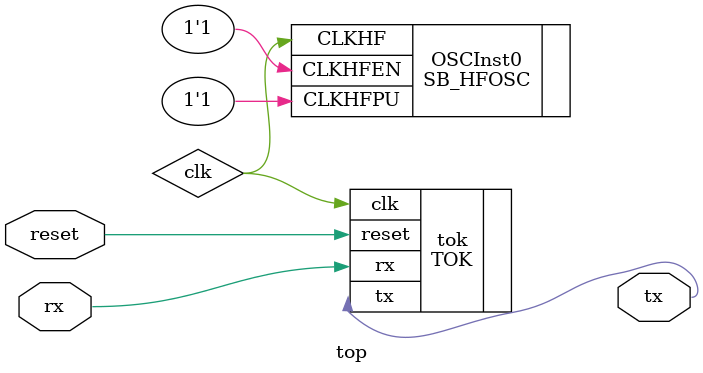
<source format=v>



module top(
	input reset,
  	output tx,
  	input  rx
	);

wire clk;

TOK tok(
.clk(clk),
.reset(reset),
.tx(tx),
.rx(rx)	
);

SB_HFOSC OSCInst0 ( 
.CLKHFEN(1'b1), 
.CLKHFPU(1'b1),
.CLKHF(clk) 
);
defparam OSCInst0.CLKHF_DIV = "0b01";

endmodule
</source>
